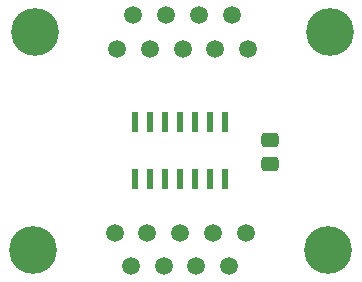
<source format=gts>
%TF.GenerationSoftware,KiCad,Pcbnew,7.0.1-0*%
%TF.CreationDate,2023-04-20T21:53:40-04:00*%
%TF.ProjectId,Mousy,4d6f7573-792e-46b6-9963-61645f706362,rev?*%
%TF.SameCoordinates,Original*%
%TF.FileFunction,Soldermask,Top*%
%TF.FilePolarity,Negative*%
%FSLAX46Y46*%
G04 Gerber Fmt 4.6, Leading zero omitted, Abs format (unit mm)*
G04 Created by KiCad (PCBNEW 7.0.1-0) date 2023-04-20 21:53:40*
%MOMM*%
%LPD*%
G01*
G04 APERTURE LIST*
G04 Aperture macros list*
%AMRoundRect*
0 Rectangle with rounded corners*
0 $1 Rounding radius*
0 $2 $3 $4 $5 $6 $7 $8 $9 X,Y pos of 4 corners*
0 Add a 4 corners polygon primitive as box body*
4,1,4,$2,$3,$4,$5,$6,$7,$8,$9,$2,$3,0*
0 Add four circle primitives for the rounded corners*
1,1,$1+$1,$2,$3*
1,1,$1+$1,$4,$5*
1,1,$1+$1,$6,$7*
1,1,$1+$1,$8,$9*
0 Add four rect primitives between the rounded corners*
20,1,$1+$1,$2,$3,$4,$5,0*
20,1,$1+$1,$4,$5,$6,$7,0*
20,1,$1+$1,$6,$7,$8,$9,0*
20,1,$1+$1,$8,$9,$2,$3,0*%
G04 Aperture macros list end*
%ADD10C,4.048000*%
%ADD11C,1.498600*%
%ADD12R,0.508000X1.676400*%
%ADD13RoundRect,0.250000X0.475000X-0.337500X0.475000X0.337500X-0.475000X0.337500X-0.475000X-0.337500X0*%
G04 APERTURE END LIST*
D10*
%TO.C,J2*%
X205740000Y-63500000D03*
X180750000Y-63500000D03*
D11*
X189090002Y-62080001D03*
X191860002Y-62080001D03*
X194630001Y-62080001D03*
X197400001Y-62080001D03*
X187705001Y-64920000D03*
X190475000Y-64920000D03*
X193245000Y-64920000D03*
X196015000Y-64920000D03*
X198784999Y-64920000D03*
%TD*%
D12*
%TO.C,U1*%
X196850000Y-71120000D03*
X195580000Y-71120000D03*
X194310000Y-71120000D03*
X193040000Y-71120000D03*
X191770000Y-71120000D03*
X190500000Y-71120000D03*
X189230000Y-71120000D03*
X189230000Y-75946000D03*
X190500000Y-75946000D03*
X191770000Y-75946000D03*
X193040000Y-75946000D03*
X194310000Y-75946000D03*
X195580000Y-75946000D03*
X196850000Y-75946000D03*
%TD*%
D13*
%TO.C,C1*%
X200660000Y-74697500D03*
X200660000Y-72622500D03*
%TD*%
D11*
%TO.C,J1*%
X187500001Y-80520002D03*
X190270000Y-80520002D03*
X193040000Y-80520002D03*
X195810000Y-80520002D03*
X198579999Y-80520002D03*
X188884999Y-83360001D03*
X191654999Y-83360001D03*
X194424998Y-83360001D03*
X197194998Y-83360001D03*
D10*
X205535000Y-81940002D03*
X180545000Y-81940002D03*
%TD*%
M02*

</source>
